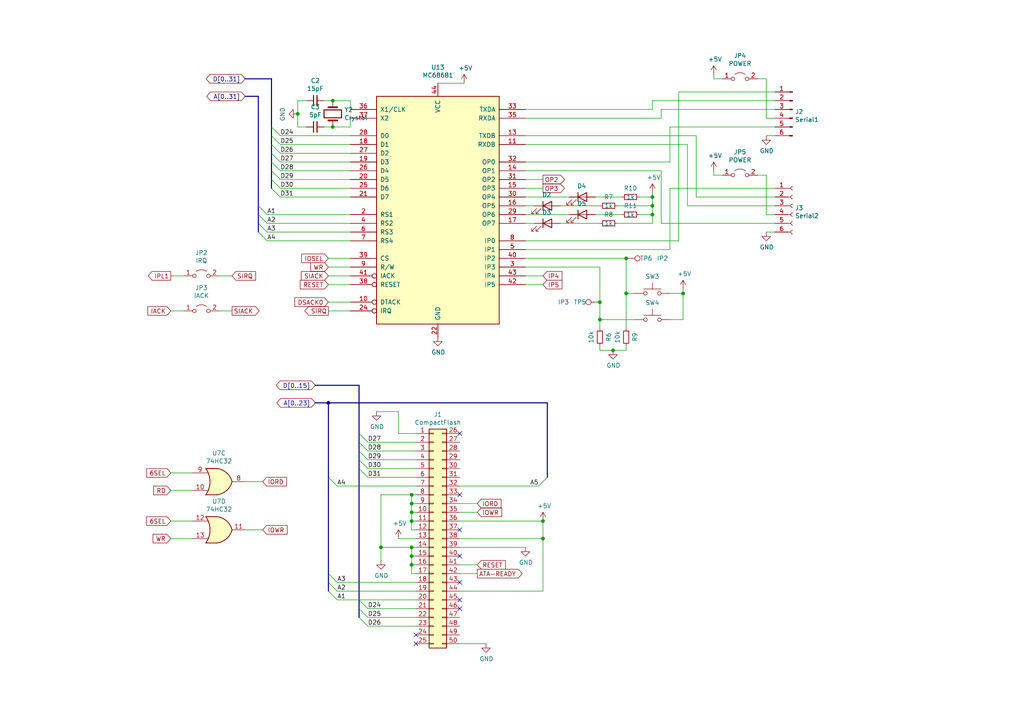
<source format=kicad_sch>
(kicad_sch (version 20211123) (generator eeschema)
  (paper "A4")
  (title_block (title "k30 SBC") (rev "1"))
  (lib_symbols
    (symbol "74xx:74LS32" (pin_names (offset 1.016))
      (property "Reference" "U" (at 0 1.27 0))
      (property "Value" "74LS32" (at 0 -1.27 0))
      (symbol "74LS32_1_1"
        (arc (start -3.81 -3.81) (mid -2.589 0) (end -3.81 3.81) (stroke (width 0.254)))
        (arc (start -0.6096 -3.81) (mid 2.1842 -2.5851) (end 3.81 0) (stroke (width 0.254)) (fill (type background)))
        (polyline (pts (xy -3.81 -3.81) (xy -0.635 -3.81)) (stroke (width 0.254)) (fill (type background)))
        (polyline (pts (xy -3.81 3.81) (xy -0.635 3.81)) (stroke (width 0.254)) (fill (type background)))
        (polyline (pts (xy -0.635 3.81) (xy -3.81 3.81) (xy -3.81 3.81) (xy -3.556 3.4036) (xy -3.0226 2.2606) (xy -2.6924 1.0414) (xy -2.6162 -0.254) (xy -2.7686 -1.4986) (xy -3.175 -2.7178) (xy -3.81 -3.81) (xy -3.81 -3.81) (xy -0.635 -3.81)) (stroke (width -25.4)) (fill (type background)))
        (arc (start 3.81 0) (mid 2.1915 2.5936) (end -0.6096 3.81) (stroke (width 0.254)) (fill (type background)))
        (pin input line (at -7.62 2.54 0) (length 4.318) (name "~") (number "1"))
        (pin input line (at -7.62 -2.54 0) (length 4.318) (name "~") (number "2"))
        (pin output line (at 7.62 0 180) (length 3.81) (name "~") (number "3"))
      )
      (symbol "74LS32_1_2"
        (arc (start 0 -3.81) (mid 3.81 0) (end 0 3.81) (stroke (width 0.254)) (fill (type background)))
        (polyline (pts (xy 0 3.81) (xy -3.81 3.81) (xy -3.81 -3.81) (xy 0 -3.81)) (stroke (width 0.254)) (fill (type background)))
        (pin input inverted (at -7.62 2.54 0) (length 3.81) (name "~") (number "1"))
        (pin input inverted (at -7.62 -2.54 0) (length 3.81) (name "~") (number "2"))
        (pin output inverted (at 7.62 0 180) (length 3.81) (name "~") (number "3"))
      )
      (symbol "74LS32_2_1"
        (arc (start -3.81 -3.81) (mid -2.589 0) (end -3.81 3.81) (stroke (width 0.254)))
        (arc (start -0.6096 -3.81) (mid 2.1842 -2.5851) (end 3.81 0) (stroke (width 0.254)) (fill (type background)))
        (polyline (pts (xy -3.81 -3.81) (xy -0.635 -3.81)) (stroke (width 0.254)) (fill (type background)))
        (polyline (pts (xy -3.81 3.81) (xy -0.635 3.81)) (stroke (width 0.254)) (fill (type background)))
        (polyline (pts (xy -0.635 3.81) (xy -3.81 3.81) (xy -3.81 3.81) (xy -3.556 3.4036) (xy -3.0226 2.2606) (xy -2.6924 1.0414) (xy -2.6162 -0.254) (xy -2.7686 -1.4986) (xy -3.175 -2.7178) (xy -3.81 -3.81) (xy -3.81 -3.81) (xy -0.635 -3.81)) (stroke (width -25.4)) (fill (type background)))
        (arc (start 3.81 0) (mid 2.1915 2.5936) (end -0.6096 3.81) (stroke (width 0.254)) (fill (type background)))
        (pin input line (at -7.62 2.54 0) (length 4.318) (name "~") (number "4"))
        (pin input line (at -7.62 -2.54 0) (length 4.318) (name "~") (number "5"))
        (pin output line (at 7.62 0 180) (length 3.81) (name "~") (number "6"))
      )
      (symbol "74LS32_2_2"
        (arc (start 0 -3.81) (mid 3.81 0) (end 0 3.81) (stroke (width 0.254)) (fill (type background)))
        (polyline (pts (xy 0 3.81) (xy -3.81 3.81) (xy -3.81 -3.81) (xy 0 -3.81)) (stroke (width 0.254)) (fill (type background)))
        (pin input inverted (at -7.62 2.54 0) (length 3.81) (name "~") (number "4"))
        (pin input inverted (at -7.62 -2.54 0) (length 3.81) (name "~") (number "5"))
        (pin output inverted (at 7.62 0 180) (length 3.81) (name "~") (number "6"))
      )
      (symbol "74LS32_3_1"
        (arc (start -3.81 -3.81) (mid -2.589 0) (end -3.81 3.81) (stroke (width 0.254)))
        (arc (start -0.6096 -3.81) (mid 2.1842 -2.5851) (end 3.81 0) (stroke (width 0.254)) (fill (type background)))
        (polyline (pts (xy -3.81 -3.81) (xy -0.635 -3.81)) (stroke (width 0.254)) (fill (type background)))
        (polyline (pts (xy -3.81 3.81) (xy -0.635 3.81)) (stroke (width 0.254)) (fill (type background)))
        (polyline (pts (xy -0.635 3.81) (xy -3.81 3.81) (xy -3.81 3.81) (xy -3.556 3.4036) (xy -3.0226 2.2606) (xy -2.6924 1.0414) (xy -2.6162 -0.254) (xy -2.7686 -1.4986) (xy -3.175 -2.7178) (xy -3.81 -3.81) (xy -3.81 -3.81) (xy -0.635 -3.81)) (stroke (width -25.4)) (fill (type background)))
        (arc (start 3.81 0) (mid 2.1915 2.5936) (end -0.6096 3.81) (stroke (width 0.254)) (fill (type background)))
        (pin input line (at -7.62 -2.54 0) (length 4.318) (name "~") (number "10"))
        (pin output line (at 7.62 0 180) (length 3.81) (name "~") (number "8"))
        (pin input line (at -7.62 2.54 0) (length 4.318) (name "~") (number "9"))
      )
      (symbol "74LS32_3_2"
        (arc (start 0 -3.81) (mid 3.81 0) (end 0 3.81) (stroke (width 0.254)) (fill (type background)))
        (polyline (pts (xy 0 3.81) (xy -3.81 3.81) (xy -3.81 -3.81) (xy 0 -3.81)) (stroke (width 0.254)) (fill (type background)))
        (pin input inverted (at -7.62 -2.54 0) (length 3.81) (name "~") (number "10"))
        (pin output inverted (at 7.62 0 180) (length 3.81) (name "~") (number "8"))
        (pin input inverted (at -7.62 2.54 0) (length 3.81) (name "~") (number "9"))
      )
      (symbol "74LS32_4_1"
        (arc (start -3.81 -3.81) (mid -2.589 0) (end -3.81 3.81) (stroke (width 0.254)))
        (arc (start -0.6096 -3.81) (mid 2.1842 -2.5851) (end 3.81 0) (stroke (width 0.254)) (fill (type background)))
        (polyline (pts (xy -3.81 -3.81) (xy -0.635 -3.81)) (stroke (width 0.254)) (fill (type background)))
        (polyline (pts (xy -3.81 3.81) (xy -0.635 3.81)) (stroke (width 0.254)) (fill (type background)))
        (polyline (pts (xy -0.635 3.81) (xy -3.81 3.81) (xy -3.81 3.81) (xy -3.556 3.4036) (xy -3.0226 2.2606) (xy -2.6924 1.0414) (xy -2.6162 -0.254) (xy -2.7686 -1.4986) (xy -3.175 -2.7178) (xy -3.81 -3.81) (xy -3.81 -3.81) (xy -0.635 -3.81)) (stroke (width -25.4)) (fill (type background)))
        (arc (start 3.81 0) (mid 2.1915 2.5936) (end -0.6096 3.81) (stroke (width 0.254)) (fill (type background)))
        (pin output line (at 7.62 0 180) (length 3.81) (name "~") (number "11"))
        (pin input line (at -7.62 2.54 0) (length 4.318) (name "~") (number "12"))
        (pin input line (at -7.62 -2.54 0) (length 4.318) (name "~") (number "13"))
      )
      (symbol "74LS32_4_2"
        (arc (start 0 -3.81) (mid 3.81 0) (end 0 3.81) (stroke (width 0.254)) (fill (type background)))
        (polyline (pts (xy 0 3.81) (xy -3.81 3.81) (xy -3.81 -3.81) (xy 0 -3.81)) (stroke (width 0.254)) (fill (type background)))
        (pin output inverted (at 7.62 0 180) (length 3.81) (name "~") (number "11"))
        (pin input inverted (at -7.62 2.54 0) (length 3.81) (name "~") (number "12"))
        (pin input inverted (at -7.62 -2.54 0) (length 3.81) (name "~") (number "13"))
      )
      (symbol "74LS32_5_0"
        (pin power_in line (at 0 12.7 270) (length 5.08) (name "VCC") (number "14"))
        (pin power_in line (at 0 -12.7 90) (length 5.08) (name "GND") (number "7"))
      )
      (symbol "74LS32_5_1"
        (rectangle (start -5.08 7.62) (end 5.08 -7.62) (stroke (width 0.254)) (fill (type background)))
      )
    )
    (symbol "ComputieParts:68681-PLCC" (pin_names (offset 1.016))
      (property "Reference" "U" (at 0 3.81 0))
      (property "Value" "68681-PLCC" (at 0 -2.54 0))
      (symbol "68681-PLCC_0_1"
        (rectangle (start -17.78 -31.75) (end 17.78 34.29) (stroke (width 0.254)) (fill (type background)))
      )
      (symbol "68681-PLCC_1_1"
        (pin open_collector inverted (at -25.4 -25.4 0) (length 7.62) (name "DTACK") (number "10"))
        (pin input line (at 25.4 20.32 180) (length 7.62) (name "RXDB") (number "11"))
        (pin output line (at 25.4 22.86 180) (length 7.62) (name "TXDB") (number "13"))
        (pin output line (at 25.4 12.7 180) (length 7.62) (name "OP1") (number "14"))
        (pin output line (at 25.4 7.62 180) (length 7.62) (name "OP3") (number "15"))
        (pin output line (at 25.4 2.54 180) (length 7.62) (name "OP5") (number "16"))
        (pin output line (at 25.4 -2.54 180) (length 7.62) (name "OP7") (number "17"))
        (pin tri_state line (at -25.4 20.32 0) (length 7.62) (name "D1") (number "18"))
        (pin tri_state line (at -25.4 15.24 0) (length 7.62) (name "D3") (number "19"))
        (pin input line (at -25.4 0 0) (length 7.62) (name "RS1") (number "2"))
        (pin tri_state line (at -25.4 10.16 0) (length 7.62) (name "D5") (number "20"))
        (pin tri_state line (at -25.4 5.08 0) (length 7.62) (name "D7") (number "21"))
        (pin power_in line (at 0 -35.56 90) (length 3.81) (name "GND") (number "22"))
        (pin output inverted (at -25.4 -27.94 0) (length 7.62) (name "IRQ") (number "24"))
        (pin tri_state line (at -25.4 7.62 0) (length 7.62) (name "D6") (number "25"))
        (pin tri_state line (at -25.4 12.7 0) (length 7.62) (name "D4") (number "26"))
        (pin tri_state line (at -25.4 17.78 0) (length 7.62) (name "D2") (number "27"))
        (pin tri_state line (at -25.4 22.86 0) (length 7.62) (name "D0") (number "28"))
        (pin output line (at 25.4 0 180) (length 7.62) (name "OP6") (number "29"))
        (pin input line (at 25.4 -15.24 180) (length 7.62) (name "IP3") (number "3"))
        (pin output line (at 25.4 5.08 180) (length 7.62) (name "OP4") (number "30"))
        (pin output line (at 25.4 10.16 180) (length 7.62) (name "OP2") (number "31"))
        (pin output line (at 25.4 15.24 180) (length 7.62) (name "OP0") (number "32"))
        (pin output line (at 25.4 30.48 180) (length 7.62) (name "TXDA") (number "33"))
        (pin input line (at 25.4 27.94 180) (length 7.62) (name "RXDA") (number "35"))
        (pin input line (at -25.4 30.48 0) (length 7.62) (name "X1/CLK") (number "36"))
        (pin input line (at -25.4 27.94 0) (length 7.62) (name "X2") (number "37"))
        (pin input inverted (at -25.4 -20.32 0) (length 7.62) (name "RESET") (number "38"))
        (pin input line (at -25.4 -12.7 0) (length 7.62) (name "CS") (number "39"))
        (pin input line (at -25.4 -2.54 0) (length 7.62) (name "RS2") (number "4"))
        (pin input line (at 25.4 -12.7 180) (length 7.62) (name "IP2") (number "40"))
        (pin input inverted (at -25.4 -17.78 0) (length 7.62) (name "IACK") (number "41"))
        (pin input line (at 25.4 -20.32 180) (length 7.62) (name "IP5") (number "42"))
        (pin input line (at 25.4 -17.78 180) (length 7.62) (name "IP4") (number "43"))
        (pin power_in line (at 0 38.1 270) (length 3.81) (name "VCC") (number "44"))
        (pin input line (at 25.4 -10.16 180) (length 7.62) (name "IP1") (number "5"))
        (pin input line (at -25.4 -5.08 0) (length 7.62) (name "RS3") (number "6"))
        (pin input line (at -25.4 -7.62 0) (length 7.62) (name "RS4") (number "7"))
        (pin input line (at 25.4 -7.62 180) (length 7.62) (name "IP0") (number "8"))
        (pin input line (at -25.4 -15.24 0) (length 7.62) (name "R/W") (number "9"))
      )
    )
    (symbol "Connector:Conn_01x06_Female" (pin_names (offset 1.016) hide)
      (property "Reference" "J" (at 0 7.62 0))
      (property "Value" "Conn_01x06_Female" (at 0 -10.16 0))
      (symbol "Conn_01x06_Female_1_1"
        (arc (start 0 -7.112) (mid -0.508 -7.62) (end 0 -8.128) (stroke (width 0.1524)))
        (arc (start 0 -4.572) (mid -0.508 -5.08) (end 0 -5.588) (stroke (width 0.1524)))
        (arc (start 0 -2.032) (mid -0.508 -2.54) (end 0 -3.048) (stroke (width 0.1524)))
        (polyline (pts (xy -1.27 -7.62) (xy -0.508 -7.62)) (stroke (width 0.1524)))
        (polyline (pts (xy -1.27 -5.08) (xy -0.508 -5.08)) (stroke (width 0.1524)))
        (polyline (pts (xy -1.27 -2.54) (xy -0.508 -2.54)) (stroke (width 0.1524)))
        (polyline (pts (xy -1.27 0) (xy -0.508 0)) (stroke (width 0.1524)))
        (polyline (pts (xy -1.27 2.54) (xy -0.508 2.54)) (stroke (width 0.1524)))
        (polyline (pts (xy -1.27 5.08) (xy -0.508 5.08)) (stroke (width 0.1524)))
        (arc (start 0 0.508) (mid -0.508 0) (end 0 -0.508) (stroke (width 0.1524)))
        (arc (start 0 3.048) (mid -0.508 2.54) (end 0 2.032) (stroke (width 0.1524)))
        (arc (start 0 5.588) (mid -0.508 5.08) (end 0 4.572) (stroke (width 0.1524)))
        (pin passive line (at -5.08 5.08 0) (length 3.81) (name "Pin_1") (number "1"))
        (pin passive line (at -5.08 2.54 0) (length 3.81) (name "Pin_2") (number "2"))
        (pin passive line (at -5.08 0 0) (length 3.81) (name "Pin_3") (number "3"))
        (pin passive line (at -5.08 -2.54 0) (length 3.81) (name "Pin_4") (number "4"))
        (pin passive line (at -5.08 -5.08 0) (length 3.81) (name "Pin_5") (number "5"))
        (pin passive line (at -5.08 -7.62 0) (length 3.81) (name "Pin_6") (number "6"))
      )
    )
    (symbol "Connector:Conn_01x06_Male" (pin_names (offset 1.016) hide)
      (property "Reference" "J" (at 0 7.62 0))
      (property "Value" "Conn_01x06_Male" (at 0 -10.16 0))
      (symbol "Conn_01x06_Male_1_1"
        (polyline (pts (xy 1.27 -7.62) (xy 0.8636 -7.62)) (stroke (width 0.1524)))
        (polyline (pts (xy 1.27 -5.08) (xy 0.8636 -5.08)) (stroke (width 0.1524)))
        (polyline (pts (xy 1.27 -2.54) (xy 0.8636 -2.54)) (stroke (width 0.1524)))
        (polyline (pts (xy 1.27 0) (xy 0.8636 0)) (stroke (width 0.1524)))
        (polyline (pts (xy 1.27 2.54) (xy 0.8636 2.54)) (stroke (width 0.1524)))
        (polyline (pts (xy 1.27 5.08) (xy 0.8636 5.08)) (stroke (width 0.1524)))
        (rectangle (start 0.8636 -7.493) (end 0 -7.747) (stroke (width 0.1524)) (fill (type outline)))
        (rectangle (start 0.8636 -4.953) (end 0 -5.207) (stroke (width 0.1524)) (fill (type outline)))
        (rectangle (start 0.8636 -2.413) (end 0 -2.667) (stroke (width 0.1524)) (fill (type outline)))
        (rectangle (start 0.8636 0.127) (end 0 -0.127) (stroke (width 0.1524)) (fill (type outline)))
        (rectangle (start 0.8636 2.667) (end 0 2.413) (stroke (width 0.1524)) (fill (type outline)))
        (rectangle (start 0.8636 5.207) (end 0 4.953) (stroke (width 0.1524)) (fill (type outline)))
        (pin passive line (at 5.08 5.08 180) (length 3.81) (name "Pin_1") (number "1"))
        (pin passive line (at 5.08 2.54 180) (length 3.81) (name "Pin_2") (number "2"))
        (pin passive line (at 5.08 0 180) (length 3.81) (name "Pin_3") (number "3"))
        (pin passive line (at 5.08 -2.54 180) (length 3.81) (name "Pin_4") (number "4"))
        (pin passive line (at 5.08 -5.08 180) (length 3.81) (name "Pin_5") (number "5"))
        (pin passive line (at 5.08 -7.62 180) (length 3.81) (name "Pin_6") (number "6"))
      )
    )
    (symbol "Connector:TestPoint" (pin_numbers hide) (pin_names (offset 0.762) hide)
      (property "Reference" "TP" (at 0 6.858 0))
      (property "Value" "TestPoint" (at 0 5.08 0))
      (symbol "TestPoint_0_1"
        (circle (center 0 3.302) (radius 0.762))
      )
      (symbol "TestPoint_1_1"
        (pin passive line (at 0 0 90) (length 2.54) (name "1") (number "1"))
      )
    )
    (symbol "Connector_Generic:Conn_02x25_Top_Bottom" (pin_names (offset 1.016) hide)
      (property "Reference" "J" (at 1.27 33.02 0))
      (property "Value" "Conn_02x25_Top_Bottom" (at 1.27 -33.02 0))
      (symbol "Conn_02x25_Top_Bottom_1_1"
        (rectangle (start -1.27 -30.353) (end 0 -30.607) (stroke (width 0.1524)))
        (rectangle (start -1.27 -27.813) (end 0 -28.067) (stroke (width 0.1524)))
        (rectangle (start -1.27 -25.273) (end 0 -25.527) (stroke (width 0.1524)))
        (rectangle (start -1.27 -22.733) (end 0 -22.987) (stroke (width 0.1524)))
        (rectangle (start -1.27 -20.193) (end 0 -20.447) (stroke (width 0.1524)))
        (rectangle (start -1.27 -17.653) (end 0 -17.907) (stroke (width 0.1524)))
        (rectangle (start -1.27 -15.113) (end 0 -15.367) (stroke (width 0.1524)))
        (rectangle (start -1.27 -12.573) (end 0 -12.827) (stroke (width 0.1524)))
        (rectangle (start -1.27 -10.033) (end 0 -10.287) (stroke (width 0.1524)))
        (rectangle (start -1.27 -7.493) (end 0 -7.747) (stroke (width 0.1524)))
        (rectangle (start -1.27 -4.953) (end 0 -5.207) (stroke (width 0.1524)))
        (rectangle (start -1.27 -2.413) (end 0 -2.667) (stroke (width 0.1524)))
        (rectangle (start -1.27 0.127) (end 0 -0.127) (stroke (width 0.1524)))
        (rectangle (start -1.27 2.667) (end 0 2.413) (stroke (width 0.1524)))
        (rectangle (start -1.27 5.207) (end 0 4.953) (stroke (width 0.1524)))
        (rectangle (start -1.27 7.747) (end 0 7.493) (stroke (width 0.1524)))
        (rectangle (start -1.27 10.287) (end 0 10.033) (stroke (width 0.1524)))
        (rectangle (start -1.27 12.827) (end 0 12.573) (stroke (width 0.1524)))
        (rectangle (start -1.27 15.367) (end 0 15.113) (stroke (width 0.1524)))
        (rectangle (start -1.27 17.907) (end 0 17.653) (stroke (width 0.1524)))
        (rectangle (start -1.27 20.447) (end 0 20.193) (stroke (width 0.1524)))
        (rectangle (start -1.27 22.987) (end 0 22.733) (stroke (width 0.1524)))
        (rectangle (start -1.27 25.527) (end 0 25.273) (stroke (width 0.1524)))
        (rectangle (start -1.27 28.067) (end 0 27.813) (stroke (width 0.1524)))
        (rectangle (start -1.27 30.607) (end 0 30.353) (stroke (width 0.1524)))
        (rectangle (start -1.27 31.75) (end 3.81 -31.75) (stroke (width 0.254)) (fill (type background)))
        (rectangle (start 3.81 -30.353) (end 2.54 -30.607) (stroke (width 0.1524)))
        (rectangle (start 3.81 -27.813) (end 2.54 -28.067) (stroke (width 0.1524)))
        (rectangle (start 3.81 -25.273) (end 2.54 -25.527) (stroke (width 0.1524)))
        (rectangle (start 3.81 -22.733) (end 2.54 -22.987) (stroke (width 0.1524)))
        (rectangle (start 3.81 -20.193) (end 2.54 -20.447) (stroke (width 0.1524)))
        (rectangle (start 3.81 -17.653) (end 2.54 -17.907) (stroke (width 0.1524)))
        (rectangle (start 3.81 -15.113) (end 2.54 -15.367) (stroke (width 0.1524)))
        (rectangle (start 3.81 -12.573) (end 2.54 -12.827) (stroke (width 0.1524)))
        (rectangle (start 3.81 -10.033) (end 2.54 -10.287) (stroke (width 0.1524)))
        (rectangle (start 3.81 -7.493) (end 2.54 -7.747) (stroke (width 0.1524)))
        (rectangle (start 3.81 -4.953) (end 2.54 -5.207) (stroke (width 0.1524)))
        (rectangle (start 3.81 -2.413) (end 2.54 -2.667) (stroke (width 0.1524)))
        (rectangle (start 3.81 0.127) (end 2.54 -0.127) (stroke (width 0.1524)))
        (rectangle (start 3.81 2.667) (end 2.54 2.413) (stroke (width 0.1524)))
        (rectangle (start 3.81 5.207) (end 2.54 4.953) (stroke (width 0.1524)))
        (rectangle (start 3.81 7.747) (end 2.54 7.493) (stroke (width 0.1524)))
        (rectangle (start 3.81 10.287) (end 2.54 10.033) (stroke (width 0.1524)))
        (rectangle (start 3.81 12.827) (end 2.54 12.573) (stroke (width 0.1524)))
        (rectangle (start 3.81 15.367) (end 2.54 15.113) (stroke (width 0.1524)))
        (rectangle (start 3.81 17.907) (end 2.54 17.653) (stroke (width 0.1524)))
        (rectangle (start 3.81 20.447) (end 2.54 20.193) (stroke (width 0.1524)))
        (rectangle (start 3.81 22.987) (end 2.54 22.733) (stroke (width 0.1524)))
        (rectangle (start 3.81 25.527) (end 2.54 25.273) (stroke (width 0.1524)))
        (rectangle (start 3.81 28.067) (end 2.54 27.813) (stroke (width 0.1524)))
        (rectangle (start 3.81 30.607) (end 2.54 30.353) (stroke (width 0.1524)))
        (pin passive line (at -5.08 30.48 0) (length 3.81) (name "Pin_1") (number "1"))
        (pin passive line (at -5.08 7.62 0) (length 3.81) (name "Pin_10") (number "10"))
        (pin passive line (at -5.08 5.08 0) (length 3.81) (name "Pin_11") (number "11"))
        (pin passive line (at -5.08 2.54 0) (length 3.81) (name "Pin_12") (number "12"))
        (pin passive line (at -5.08 0 0) (length 3.81) (name "Pin_13") (number "13"))
        (pin passive line (at -5.08 -2.54 0) (length 3.81) (name "Pin_14") (number "14"))
        (pin passive line (at -5.08 -5.08 0) (length 3.81) (name "Pin_15") (number "15"))
        (pin passive line (at -5.08 -7.62 0) (length 3.81) (name "Pin_16") (number "16"))
        (pin passive line (at -5.08 -10.16 0) (length 3.81) (name "Pin_17") (number "17"))
        (pin passive line (at -5.08 -12.7 0) (length 3.81) (name "Pin_18") (number "18"))
        (pin passive line (at -5.08 -15.24 0) (length 3.81) (name "Pin_19") (number "19"))
        (pin passive line (at -5.08 27.94 0) (length 3.81) (name "Pin_2") (number "2"))
        (pin passive line (at -5.08 -17.78 0) (length 3.81) (name "Pin_20") (number "20"))
        (pin passive line (at -5.08 -20.32 0) (length 3.81) (name "Pin_21") (number "21"))
        (pin passive line (at -5.08 -22.86 0) (length 3.81) (name "Pin_22") (number "22"))
        (pin passive line (at -5.08 -25.4 0) (length 3.81) (name "Pin_23") (number "23"))
        (pin passive line (at -5.08 -27.94 0) (length 3.81) (name "Pin_24") (number "24"))
        (pin passive line (at -5.08 -30.48 0) (length 3.81) (name "Pin_25") (number "25"))
        (pin passive line (at 7.62 30.48 180) (length 3.81) (name "Pin_26") (number "26"))
        (pin passive line (at 7.62 27.94 180) (length 3.81) (name "Pin_27") (number "27"))
        (pin passive line (at 7.62 25.4 180) (length 3.81) (name "Pin_28") (number "28"))
        (pin passive line (at 7.62 22.86 180) (length 3.81) (name "Pin_29") (number "29"))
        (pin passive line (at -5.08 25.4 0) (length 3.81) (name "Pin_3") (number "3"))
        (pin passive line (at 7.62 20.32 180) (length 3.81) (name "Pin_30") (number "30"))
        (pin passive line (at 7.62 17.78 180) (length 3.81) (name "Pin_31") (number "31"))
        (pin passive line (at 7.62 15.24 180) (length 3.81) (name "Pin_32") (number "32"))
        (pin passive line (at 7.62 12.7 180) (length 3.81) (name "Pin_33") (number "33"))
        (pin passive line (at 7.62 10.16 180) (length 3.81) (name "Pin_34") (number "34"))
        (pin passive line (at 7.62 7.62 180) (length 3.81) (name "Pin_35") (number "35"))
        (pin passive line (at 7.62 5.08 180) (length 3.81) (name "Pin_36") (number "36"))
        (pin passive line (at 7.62 2.54 180) (length 3.81) (name "Pin_37") (number "37"))
        (pin passive line (at 7.62 0 180) (length 3.81) (name "Pin_38") (number "38"))
        (pin passive line (at 7.62 -2.54 180) (length 3.81) (name "Pin_39") (number "39"))
        (pin passive line (at -5.08 22.86 0) (length 3.81) (name "Pin_4") (number "4"))
        (pin passive line (at 7.62 -5.08 180) (length 3.81) (name "Pin_40") (number "40"))
        (pin passive line (at 7.62 -7.62 180) (length 3.81) (name "Pin_41") (number "41"))
        (pin passive line (at 7.62 -10.16 180) (length 3.81) (name "Pin_42") (number "42"))
        (pin passive line (at 7.62 -12.7 180) (length 3.81) (name "Pin_43") (number "43"))
        (pin passive line (at 7.62 -15.24 180) (length 3.81) (name "Pin_44") (number "44"))
        (pin passive line (at 7.62 -17.78 180) (length 3.81) (name "Pin_45") (number "45"))
        (pin passive line (at 7.62 -20.32 180) (length 3.81) (name "Pin_46") (number "46"))
        (pin passive line (at 7.62 -22.86 180) (length 3.81) (name "Pin_47") (number "47"))
        (pin passive line (at 7.62 -25.4 180) (length 3.81) (name "Pin_48") (number "48"))
        (pin passive line (at 7.62 -27.94 180) (length 3.81) (name "Pin_49") (number "49"))
        (pin passive line (at -5.08 20.32 0) (length 3.81) (name "Pin_5") (number "5"))
        (pin passive line (at 7.62 -30.48 180) (length 3.81) (name "Pin_50") (number "50"))
        (pin passive line (at -5.08 17.78 0) (length 3.81) (name "Pin_6") (number "6"))
        (pin passive line (at -5.08 15.24 0) (length 3.81) (name "Pin_7") (number "7"))
        (pin passive line (at -5.08 12.7 0) (length 3.81) (name "Pin_8") (number "8"))
        (pin passive line (at -5.08 10.16 0) (length 3.81) (name "Pin_9") (number "9"))
      )
    )
    (symbol "Device:C_Small" (pin_numbers hide) (pin_names (offset 0.254) hide)
      (property "Reference" "C" (at 0.254 1.778 0))
      (property "Value" "C_Small" (at 0.254 -2.032 0))
      (symbol "C_Small_0_1"
        (polyline (pts (xy -1.524 -0.508) (xy 1.524 -0.508)) (stroke (width 0.3302)))
        (polyline (pts (xy -1.524 0.508) (xy 1.524 0.508)) (stroke (width 0.3048)))
      )
      (symbol "C_Small_1_1"
        (pin passive line (at 0 2.54 270) (length 2.032) (name "~") (number "1"))
        (pin passive line (at 0 -2.54 90) (length 2.032) (name "~") (number "2"))
      )
    )
    (symbol "Device:Crystal" (pin_numbers hide) (pin_names (offset 1.016) hide)
      (property "Reference" "Y" (at 0 3.81 0))
      (property "Value" "Crystal" (at 0 -3.81 0))
      (symbol "Crystal_0_1"
        (rectangle (start -1.143 2.54) (end 1.143 -2.54) (stroke (width 0.3048)))
        (polyline (pts (xy -2.54 0) (xy -1.905 0)))
        (polyline (pts (xy -1.905 -1.27) (xy -1.905 1.27)) (stroke (width 0.508)))
        (polyline (pts (xy 1.905 -1.27) (xy 1.905 1.27)) (stroke (width 0.508)))
        (polyline (pts (xy 2.54 0) (xy 1.905 0)))
      )
      (symbol "Crystal_1_1"
        (pin passive line (at -3.81 0 0) (length 1.27) (name "1") (number "1"))
        (pin passive line (at 3.81 0 180) (length 1.27) (name "2") (number "2"))
      )
    )
    (symbol "Device:LED" (pin_numbers hide) (pin_names (offset 1.016) hide)
      (property "Reference" "D" (at 0 2.54 0))
      (property "Value" "LED" (at 0 -2.54 0))
      (symbol "LED_0_1"
        (polyline (pts (xy -1.27 -1.27) (xy -1.27 1.27)) (stroke (width 0.254)))
        (polyline (pts (xy -1.27 0) (xy 1.27 0)))
        (polyline (pts (xy 1.27 -1.27) (xy 1.27 1.27) (xy -1.27 0) (xy 1.27 -1.27)) (stroke (width 0.254)))
        (polyline (pts (xy -3.048 -0.762) (xy -4.572 -2.286) (xy -3.81 -2.286) (xy -4.572 -2.286) (xy -4.572 -1.524)))
        (polyline (pts (xy -1.778 -0.762) (xy -3.302 -2.286) (xy -2.54 -2.286) (xy -3.302 -2.286) (xy -3.302 -1.524)))
      )
      (symbol "LED_1_1"
        (pin passive line (at -3.81 0 0) (length 2.54) (name "K") (number "1"))
        (pin passive line (at 3.81 0 180) (length 2.54) (name "A") (number "2"))
      )
    )
    (symbol "Device:R_Small" (pin_numbers hide) (pin_names (offset 0.254) hide)
      (property "Reference" "R" (at 0.762 0.508 0))
      (property "Value" "R_Small" (at 0.762 -1.016 0))
      (symbol "R_Small_0_1"
        (rectangle (start -0.762 1.778) (end 0.762 -1.778) (stroke (width 0.2032)))
      )
      (symbol "R_Small_1_1"
        (pin passive line (at 0 2.54 270) (length 0.762) (name "~") (number "1"))
        (pin passive line (at 0 -2.54 90) (length 0.762) (name "~") (number "2"))
      )
    )
    (symbol "Jumper:Jumper_2_Open" (pin_names (offset 0) hide)
      (property "Reference" "JP" (at 0 2.794 0))
      (property "Value" "Jumper_2_Open" (at 0 -2.286 0))
      (symbol "Jumper_2_Open_0_0"
        (circle (center -2.032 0) (radius 0.508))
        (circle (center 2.032 0) (radius 0.508))
      )
      (symbol "Jumper_2_Open_0_1"
        (arc (start 1.524 1.27) (mid 0 1.778) (end -1.524 1.27))
      )
      (symbol "Jumper_2_Open_1_1"
        (pin passive line (at -5.08 0 0) (length 2.54) (name "A") (number "1"))
        (pin passive line (at 5.08 0 180) (length 2.54) (name "B") (number "2"))
      )
    )
    (symbol "Switch:SW_Push" (pin_numbers hide) (pin_names (offset 1.016) hide)
      (property "Reference" "SW" (at 1.27 2.54 0))
      (property "Value" "SW_Push" (at 0 -1.524 0))
      (symbol "SW_Push_0_1"
        (circle (center -2.032 0) (radius 0.508))
        (polyline (pts (xy 0 1.27) (xy 0 3.048)))
        (polyline (pts (xy 2.54 1.27) (xy -2.54 1.27)))
        (circle (center 2.032 0) (radius 0.508))
        (pin passive line (at -5.08 0 0) (length 2.54) (name "1") (number "1"))
        (pin passive line (at 5.08 0 180) (length 2.54) (name "2") (number "2"))
      )
    )
    (symbol "power:+5V" (power) (pin_names (offset 0))
      (property "Value" "+5V" (at 0 3.556 0))
      (symbol "+5V_0_1"
        (polyline (pts (xy -0.762 1.27) (xy 0 2.54)))
        (polyline (pts (xy 0 0) (xy 0 2.54)))
        (polyline (pts (xy 0 2.54) (xy 0.762 1.27)))
      )
      (symbol "+5V_1_1"
        (pin power_in line (at 0 0 90) (length 0) hide (name "+5V") (number "1"))
      )
    )
    (symbol "power:GND" (power) (pin_names (offset 0))
      (property "Value" "GND" (at 0 -3.81 0))
      (symbol "GND_0_1"
        (polyline (pts (xy 0 0) (xy 0 -1.27) (xy 1.27 -1.27) (xy 0 -2.54) (xy -1.27 -1.27) (xy 0 -1.27)))
      )
      (symbol "GND_1_1"
        (pin power_in line (at 0 0 270) (length 0) hide (name "GND") (number "1"))
      )
    )
  )
  (junction (at 119.38 158.75))
  (junction (at 173.99 87.63))
  (junction (at 96.52 36.83))
  (junction (at 110.49 158.75))
  (junction (at 177.8 101.6))
  (junction (at 86.36 33.02))
  (junction (at 119.38 143.51))
  (junction (at 95.25 116.84))
  (junction (at 119.38 148.59))
  (junction (at 198.12 85.09))
  (junction (at 189.23 59.69))
  (junction (at 119.38 146.05))
  (junction (at 157.48 156.21))
  (junction (at 119.38 161.29))
  (junction (at 173.99 92.71))
  (junction (at 181.61 74.93))
  (junction (at 189.23 57.15))
  (junction (at 119.38 163.83))
  (junction (at 119.38 151.13))
  (junction (at 157.48 151.13))
  (junction (at 181.61 85.09))
  (junction (at 96.52 29.21))
  (junction (at 189.23 62.23))
  (no_connect (at 133.35 161.29))
  (no_connect (at 120.65 184.15))
  (no_connect (at 133.35 153.67))
  (no_connect (at 133.35 125.73))
  (no_connect (at 133.35 143.51))
  (no_connect (at 133.35 168.91))
  (no_connect (at 120.65 186.69))
  (no_connect (at 133.35 173.99))
  (no_connect (at 133.35 176.53))
  (bus_entry (at 81.28 44.45) (size -2.54 -2.54))
  (bus_entry (at 81.28 39.37) (size -2.54 -2.54))
  (bus_entry (at 156.21 140.97) (size 2.54 -2.54))
  (bus_entry (at 81.28 41.91) (size -2.54 -2.54))
  (bus_entry (at 77.47 67.31) (size -2.54 -2.54))
  (bus_entry (at 77.47 64.77) (size -2.54 -2.54))
  (bus_entry (at 81.28 46.99) (size -2.54 -2.54))
  (bus_entry (at 106.68 181.61) (size -2.54 -2.54))
  (bus_entry (at 77.47 62.23) (size -2.54 -2.54))
  (bus_entry (at 106.68 138.43) (size -2.54 -2.54))
  (bus_entry (at 106.68 176.53) (size -2.54 -2.54))
  (bus_entry (at 106.68 128.27) (size -2.54 -2.54))
  (bus_entry (at 106.68 135.89) (size -2.54 -2.54))
  (bus_entry (at 81.28 54.61) (size -2.54 -2.54))
  (bus_entry (at 97.79 173.99) (size -2.54 -2.54))
  (bus_entry (at 81.28 52.07) (size -2.54 -2.54))
  (bus_entry (at 81.28 49.53) (size -2.54 -2.54))
  (bus_entry (at 97.79 140.97) (size -2.54 -2.54))
  (bus_entry (at 106.68 179.07) (size -2.54 -2.54))
  (bus_entry (at 77.47 69.85) (size -2.54 -2.54))
  (bus_entry (at 106.68 133.35) (size -2.54 -2.54))
  (bus_entry (at 106.68 130.81) (size -2.54 -2.54))
  (bus_entry (at 97.79 171.45) (size -2.54 -2.54))
  (bus_entry (at 97.79 168.91) (size -2.54 -2.54))
  (bus_entry (at 81.28 57.15) (size -2.54 -2.54))
  (wire (pts (xy 198.12 83.82) (xy 198.12 85.09)))
  (wire (pts (xy 133.35 163.83) (xy 138.43 163.83)))
  (wire (pts (xy 196.85 69.85) (xy 152.4 69.85)))
  (wire (pts (xy 120.65 128.27) (xy 106.68 128.27)))
  (wire (pts (xy 120.65 168.91) (xy 97.79 168.91)))
  (wire (pts (xy 194.31 36.83) (xy 194.31 46.99)))
  (wire (pts (xy 173.99 92.71) (xy 173.99 95.25)))
  (wire (pts (xy 95.25 74.93) (xy 101.6 74.93)))
  (wire (pts (xy 157.48 82.55) (xy 152.4 82.55)))
  (wire (pts (xy 191.77 34.29) (xy 191.77 31.75)))
  (wire (pts (xy 181.61 100.33) (xy 181.61 101.6)))
  (wire (pts (xy 120.65 130.81) (xy 106.68 130.81)))
  (wire (pts (xy 201.93 57.15) (xy 224.79 57.15)))
  (wire (pts (xy 152.4 74.93) (xy 181.61 74.93)))
  (wire (pts (xy 119.38 158.75) (xy 110.49 158.75)))
  (bus (pts (xy 71.12 27.94) (xy 74.93 27.94)))
  (bus (pts (xy 78.74 44.45) (xy 78.74 46.99)))
  (bus (pts (xy 74.93 59.69) (xy 74.93 62.23)))
  (wire (pts (xy 189.23 59.69) (xy 179.07 59.69)))
  (wire (pts (xy 224.79 67.31) (xy 222.25 67.31)))
  (wire (pts (xy 154.94 64.77) (xy 152.4 64.77)))
  (wire (pts (xy 222.25 22.86) (xy 222.25 34.29)))
  (wire (pts (xy 120.65 135.89) (xy 106.68 135.89)))
  (wire (pts (xy 101.6 46.99) (xy 81.28 46.99)))
  (wire (pts (xy 189.23 57.15) (xy 189.23 59.69)))
  (wire (pts (xy 110.49 143.51) (xy 110.49 158.75)))
  (wire (pts (xy 71.12 153.67) (xy 76.2 153.67)))
  (wire (pts (xy 222.25 62.23) (xy 224.79 62.23)))
  (bus (pts (xy 78.74 36.83) (xy 78.74 39.37)))
  (wire (pts (xy 181.61 85.09) (xy 181.61 95.25)))
  (wire (pts (xy 191.77 64.77) (xy 191.77 49.53)))
  (wire (pts (xy 120.65 148.59) (xy 119.38 148.59)))
  (wire (pts (xy 196.85 26.67) (xy 196.85 69.85)))
  (bus (pts (xy 78.74 52.07) (xy 78.74 54.61)))
  (wire (pts (xy 119.38 151.13) (xy 119.38 148.59)))
  (wire (pts (xy 157.48 80.01) (xy 152.4 80.01)))
  (wire (pts (xy 189.23 64.77) (xy 189.23 62.23)))
  (wire (pts (xy 184.15 92.71) (xy 173.99 92.71)))
  (wire (pts (xy 93.98 29.21) (xy 96.52 29.21)))
  (wire (pts (xy 133.35 171.45) (xy 157.48 171.45)))
  (wire (pts (xy 133.35 146.05) (xy 138.43 146.05)))
  (wire (pts (xy 181.61 85.09) (xy 184.15 85.09)))
  (wire (pts (xy 101.6 34.29) (xy 101.6 36.83)))
  (bus (pts (xy 95.25 138.43) (xy 95.25 166.37)))
  (bus (pts (xy 104.14 135.89) (xy 104.14 173.99)))
  (wire (pts (xy 207.01 21.59) (xy 207.01 22.86)))
  (wire (pts (xy 119.38 158.75) (xy 119.38 161.29)))
  (wire (pts (xy 120.65 133.35) (xy 106.68 133.35)))
  (wire (pts (xy 198.12 85.09) (xy 194.31 85.09)))
  (wire (pts (xy 127 24.13) (xy 134.62 24.13)))
  (bus (pts (xy 78.74 41.91) (xy 78.74 44.45)))
  (wire (pts (xy 157.48 171.45) (xy 157.48 156.21)))
  (wire (pts (xy 180.34 62.23) (xy 172.72 62.23)))
  (wire (pts (xy 173.99 77.47) (xy 152.4 77.47)))
  (wire (pts (xy 119.38 146.05) (xy 119.38 143.51)))
  (wire (pts (xy 133.35 156.21) (xy 157.48 156.21)))
  (wire (pts (xy 101.6 29.21) (xy 101.6 31.75)))
  (wire (pts (xy 115.57 125.73) (xy 120.65 125.73)))
  (wire (pts (xy 156.21 140.97) (xy 133.35 140.97)))
  (bus (pts (xy 104.14 133.35) (xy 104.14 135.89)))
  (wire (pts (xy 49.53 137.16) (xy 55.88 137.16)))
  (bus (pts (xy 104.14 111.76) (xy 104.14 125.73)))
  (wire (pts (xy 152.4 52.07) (xy 157.48 52.07)))
  (wire (pts (xy 101.6 49.53) (xy 81.28 49.53)))
  (wire (pts (xy 95.25 77.47) (xy 101.6 77.47)))
  (wire (pts (xy 199.39 59.69) (xy 224.79 59.69)))
  (wire (pts (xy 120.65 151.13) (xy 119.38 151.13)))
  (wire (pts (xy 189.23 31.75) (xy 189.23 29.21)))
  (bus (pts (xy 74.93 27.94) (xy 74.93 59.69)))
  (wire (pts (xy 191.77 31.75) (xy 224.79 31.75)))
  (bus (pts (xy 74.93 62.23) (xy 74.93 64.77)))
  (bus (pts (xy 104.14 125.73) (xy 104.14 128.27)))
  (wire (pts (xy 189.23 62.23) (xy 185.42 62.23)))
  (bus (pts (xy 78.74 22.86) (xy 71.12 22.86)))
  (wire (pts (xy 120.65 181.61) (xy 106.68 181.61)))
  (wire (pts (xy 101.6 69.85) (xy 77.47 69.85)))
  (wire (pts (xy 96.52 29.21) (xy 101.6 29.21)))
  (bus (pts (xy 95.25 166.37) (xy 95.25 168.91)))
  (wire (pts (xy 120.65 171.45) (xy 97.79 171.45)))
  (wire (pts (xy 86.36 29.21) (xy 86.36 33.02)))
  (wire (pts (xy 101.6 36.83) (xy 96.52 36.83)))
  (wire (pts (xy 194.31 54.61) (xy 194.31 72.39)))
  (wire (pts (xy 119.38 148.59) (xy 119.38 146.05)))
  (wire (pts (xy 194.31 36.83) (xy 224.79 36.83)))
  (wire (pts (xy 95.25 80.01) (xy 101.6 80.01)))
  (wire (pts (xy 181.61 74.93) (xy 181.61 85.09)))
  (wire (pts (xy 152.4 34.29) (xy 191.77 34.29)))
  (wire (pts (xy 101.6 64.77) (xy 77.47 64.77)))
  (wire (pts (xy 120.65 153.67) (xy 119.38 153.67)))
  (wire (pts (xy 194.31 46.99) (xy 152.4 46.99)))
  (wire (pts (xy 115.57 119.38) (xy 115.57 125.73)))
  (wire (pts (xy 97.79 173.99) (xy 104.14 173.99)))
  (wire (pts (xy 101.6 41.91) (xy 81.28 41.91)))
  (wire (pts (xy 194.31 92.71) (xy 198.12 92.71)))
  (bus (pts (xy 158.75 116.84) (xy 158.75 138.43)))
  (wire (pts (xy 101.6 62.23) (xy 77.47 62.23)))
  (wire (pts (xy 224.79 64.77) (xy 191.77 64.77)))
  (bus (pts (xy 78.74 46.99) (xy 78.74 49.53)))
  (wire (pts (xy 154.94 59.69) (xy 152.4 59.69)))
  (wire (pts (xy 101.6 44.45) (xy 81.28 44.45)))
  (wire (pts (xy 63.5 90.17) (xy 67.31 90.17)))
  (wire (pts (xy 101.6 57.15) (xy 81.28 57.15)))
  (bus (pts (xy 78.74 39.37) (xy 78.74 41.91)))
  (wire (pts (xy 152.4 31.75) (xy 189.23 31.75)))
  (wire (pts (xy 191.77 49.53) (xy 152.4 49.53)))
  (wire (pts (xy 95.25 87.63) (xy 101.6 87.63)))
  (bus (pts (xy 95.25 116.84) (xy 95.25 138.43)))
  (wire (pts (xy 49.53 90.17) (xy 53.34 90.17)))
  (wire (pts (xy 196.85 26.67) (xy 224.79 26.67)))
  (wire (pts (xy 198.12 92.71) (xy 198.12 85.09)))
  (wire (pts (xy 157.48 54.61) (xy 152.4 54.61)))
  (wire (pts (xy 86.36 36.83) (xy 88.9 36.83)))
  (bus (pts (xy 95.25 168.91) (xy 95.25 171.45)))
  (wire (pts (xy 120.65 176.53) (xy 106.68 176.53)))
  (wire (pts (xy 194.31 72.39) (xy 152.4 72.39)))
  (wire (pts (xy 173.99 59.69) (xy 162.56 59.69)))
  (wire (pts (xy 49.53 80.01) (xy 53.34 80.01)))
  (wire (pts (xy 180.34 57.15) (xy 172.72 57.15)))
  (bus (pts (xy 78.74 49.53) (xy 78.74 52.07)))
  (wire (pts (xy 179.07 64.77) (xy 189.23 64.77)))
  (wire (pts (xy 133.35 166.37) (xy 138.43 166.37)))
  (wire (pts (xy 173.99 87.63) (xy 173.99 92.71)))
  (wire (pts (xy 177.8 101.6) (xy 173.99 101.6)))
  (wire (pts (xy 133.35 148.59) (xy 138.43 148.59)))
  (wire (pts (xy 181.61 101.6) (xy 177.8 101.6)))
  (wire (pts (xy 207.01 49.53) (xy 207.01 50.8)))
  (wire (pts (xy 101.6 67.31) (xy 77.47 67.31)))
  (wire (pts (xy 119.38 163.83) (xy 119.38 161.29)))
  (wire (pts (xy 189.23 57.15) (xy 185.42 57.15)))
  (wire (pts (xy 207.01 50.8) (xy 209.55 50.8)))
  (bus (pts (xy 104.14 173.99) (xy 104.14 176.53)))
  (wire (pts (xy 173.99 77.47) (xy 173.99 87.63)))
  (wire (pts (xy 173.99 64.77) (xy 162.56 64.77)))
  (wire (pts (xy 119.38 143.51) (xy 120.65 143.51)))
  (wire (pts (xy 120.65 140.97) (xy 97.79 140.97)))
  (wire (pts (xy 119.38 161.29) (xy 120.65 161.29)))
  (wire (pts (xy 49.53 142.24) (xy 55.88 142.24)))
  (wire (pts (xy 140.97 186.69) (xy 133.35 186.69)))
  (wire (pts (xy 119.38 166.37) (xy 119.38 163.83)))
  (wire (pts (xy 157.48 151.13) (xy 133.35 151.13)))
  (wire (pts (xy 120.65 163.83) (xy 119.38 163.83)))
  (wire (pts (xy 115.57 156.21) (xy 120.65 156.21)))
  (wire (pts (xy 157.48 156.21) (xy 157.48 151.13)))
  (wire (pts (xy 109.22 119.38) (xy 115.57 119.38)))
  (bus (pts (xy 95.25 116.84) (xy 158.75 116.84)))
  (bus (pts (xy 104.14 130.81) (xy 104.14 133.35)))
  (wire (pts (xy 152.4 39.37) (xy 201.93 39.37)))
  (wire (pts (xy 119.38 153.67) (xy 119.38 151.13)))
  (wire (pts (xy 101.6 39.37) (xy 81.28 39.37)))
  (wire (pts (xy 219.71 22.86) (xy 222.25 22.86)))
  (wire (pts (xy 165.1 62.23) (xy 152.4 62.23)))
  (wire (pts (xy 120.65 158.75) (xy 119.38 158.75)))
  (wire (pts (xy 110.49 158.75) (xy 110.49 162.56)))
  (wire (pts (xy 224.79 54.61) (xy 194.31 54.61)))
  (wire (pts (xy 49.53 151.13) (xy 55.88 151.13)))
  (wire (pts (xy 120.65 166.37) (xy 119.38 166.37)))
  (wire (pts (xy 201.93 39.37) (xy 201.93 57.15)))
  (bus (pts (xy 91.44 116.84) (xy 95.25 116.84)))
  (wire (pts (xy 88.9 29.21) (xy 86.36 29.21)))
  (wire (pts (xy 222.25 34.29) (xy 224.79 34.29)))
  (wire (pts (xy 173.99 101.6) (xy 173.99 100.33)))
  (wire (pts (xy 120.65 138.43) (xy 106.68 138.43)))
  (wire (pts (xy 189.23 55.88) (xy 189.23 57.15)))
  (wire (pts (xy 86.36 33.02) (xy 86.36 36.83)))
  (wire (pts (xy 199.39 41.91) (xy 199.39 59.69)))
  (bus (pts (xy 74.93 64.77) (xy 74.93 67.31)))
  (wire (pts (xy 120.65 179.07) (xy 106.68 179.07)))
  (wire (pts (xy 96.52 36.83) (xy 93.98 36.83)))
  (bus (pts (xy 104.14 128.27) (xy 104.14 130.81)))
  (wire (pts (xy 133.35 158.75) (xy 152.4 158.75)))
  (bus (pts (xy 104.14 111.76) (xy 91.44 111.76)))
  (bus (pts (xy 78.74 22.86) (xy 78.74 36.83)))
  (wire (pts (xy 222.25 50.8) (xy 222.25 62.23)))
  (wire (pts (xy 95.25 90.17) (xy 101.6 90.17)))
  (wire (pts (xy 104.14 173.99) (xy 120.65 173.99)))
  (wire (pts (xy 63.5 80.01) (xy 67.31 80.01)))
  (bus (pts (xy 104.14 176.53) (xy 104.14 179.07)))
  (wire (pts (xy 101.6 52.07) (xy 81.28 52.07)))
  (wire (pts (xy 71.12 139.7) (xy 76.2 139.7)))
  (wire (pts (xy 189.23 59.69) (xy 189.23 62.23)))
  (wire (pts (xy 49.53 156.21) (xy 55.88 156.21)))
  (wire (pts (xy 119.38 146.05) (xy 120.65 146.05)))
  (wire (pts (xy 207.01 22.86) (xy 209.55 22.86)))
  (wire (pts (xy 219.71 50.8) (xy 222.25 50.8)))
  (wire (pts (xy 165.1 57.15) (xy 152.4 57.15)))
  (wire (pts (xy 101.6 54.61) (xy 81.28 54.61)))
  (wire (pts (xy 152.4 41.91) (xy 199.39 41.91)))
  (wire (pts (xy 224.79 39.37) (xy 222.25 39.37)))
  (wire (pts (xy 95.25 82.55) (xy 101.6 82.55)))
  (wire (pts (xy 189.23 29.21) (xy 224.79 29.21)))
  (wire (pts (xy 110.49 143.51) (xy 119.38 143.51)))
  (label "D25" (at 106.68 179.07 0))
  (label "A1" (at 77.47 62.23 0))
  (label "D30" (at 106.68 135.89 0))
  (label "D31" (at 106.68 138.43 0))
  (label "A3" (at 97.79 168.91 0))
  (label "A3" (at 77.47 67.31 0))
  (label "D27" (at 106.68 128.27 0))
  (label "D31" (at 81.28 57.15 0))
  (label "D24" (at 106.68 176.53 0))
  (label "A5" (at 156.21 140.97 180))
  (label "A1" (at 97.79 173.99 0))
  (label "A4" (at 77.47 69.85 0))
  (label "D29" (at 106.68 133.35 0))
  (label "D26" (at 81.28 44.45 0))
  (label "D28" (at 106.68 130.81 0))
  (label "D28" (at 81.28 49.53 0))
  (label "D29" (at 81.28 52.07 0))
  (label "D26" (at 106.68 181.61 0))
  (label "A2" (at 97.79 171.45 0))
  (label "A4" (at 97.79 140.97 0))
  (label "D27" (at 81.28 46.99 0))
  (label "D30" (at 81.28 54.61 0))
  (label "A2" (at 77.47 64.77 0))
  (label "D25" (at 81.28 41.91 0))
  (label "D24" (at 81.28 39.37 0))
  (global_label "WR" (shape input) (at 95.25 77.47 180) (property "Intersheet References" "${INTERSHEET_REFS}" (effects hide)))
  (global_label "D[0..31]" (shape tri_state) (at 71.12 22.86 180) (property "Intersheet References" "${INTERSHEET_REFS}" (effects hide)))
  (global_label "IP4" (shape input) (at 157.48 80.01 0) (property "Intersheet References" "${INTERSHEET_REFS}" (effects hide)))
  (global_label "A[0..23]" (shape tri_state) (at 91.44 116.84 180) (property "Intersheet References" "${INTERSHEET_REFS}" (effects hide)))
  (global_label "OP3" (shape output) (at 157.48 54.61 0) (property "Intersheet References" "${INTERSHEET_REFS}" (effects hide)))
  (global_label "IORD" (shape input) (at 138.43 146.05 0) (property "Intersheet References" "${INTERSHEET_REFS}" (effects hide)))
  (global_label "IOSEL" (shape input) (at 95.25 74.93 180) (property "Intersheet References" "${INTERSHEET_REFS}" (effects hide)))
  (global_label "IORD" (shape input) (at 76.2 139.7 0) (property "Intersheet References" "${INTERSHEET_REFS}" (effects hide)))
  (global_label "6SEL" (shape input) (at 49.53 137.16 180) (property "Intersheet References" "${INTERSHEET_REFS}" (effects hide)))
  (global_label "6SEL" (shape input) (at 49.53 151.13 180) (property "Intersheet References" "${INTERSHEET_REFS}" (effects hide)))
  (global_label "SIACK" (shape input) (at 95.25 80.01 180) (property "Intersheet References" "${INTERSHEET_REFS}" (effects hide)))
  (global_label "SIRQ" (shape input) (at 67.31 80.01 0) (property "Intersheet References" "${INTERSHEET_REFS}" (effects hide)))
  (global_label "SIRQ" (shape output) (at 95.25 90.17 180) (property "Intersheet References" "${INTERSHEET_REFS}" (effects hide)))
  (global_label "IACK" (shape input) (at 49.53 90.17 180) (property "Intersheet References" "${INTERSHEET_REFS}" (effects hide)))
  (global_label "A[0..31]" (shape tri_state) (at 71.12 27.94 180) (property "Intersheet References" "${INTERSHEET_REFS}" (effects hide)))
  (global_label "IOWR" (shape input) (at 76.2 153.67 0) (property "Intersheet References" "${INTERSHEET_REFS}" (effects hide)))
  (global_label "D[0..15]" (shape tri_state) (at 91.44 111.76 180) (property "Intersheet References" "${INTERSHEET_REFS}" (effects hide)))
  (global_label "DSACK0" (shape input) (at 95.25 87.63 180) (property "Intersheet References" "${INTERSHEET_REFS}" (effects hide)))
  (global_label "RD" (shape input) (at 49.53 142.24 180) (property "Intersheet References" "${INTERSHEET_REFS}" (effects hide)))
  (global_label "IP5" (shape input) (at 157.48 82.55 0) (property "Intersheet References" "${INTERSHEET_REFS}" (effects hide)))
  (global_label "OP2" (shape output) (at 157.48 52.07 0) (property "Intersheet References" "${INTERSHEET_REFS}" (effects hide)))
  (global_label "ATA-READY" (shape output) (at 138.43 166.37 0) (property "Intersheet References" "${INTERSHEET_REFS}" (effects hide)))
  (global_label "RESET" (shape input) (at 138.43 163.83 0) (property "Intersheet References" "${INTERSHEET_REFS}" (effects hide)))
  (global_label "IOWR" (shape input) (at 138.43 148.59 0) (property "Intersheet References" "${INTERSHEET_REFS}" (effects hide)))
  (global_label "IPL1" (shape output) (at 49.53 80.01 180) (property "Intersheet References" "${INTERSHEET_REFS}" (effects hide)))
  (global_label "SIACK" (shape output) (at 67.31 90.17 0) (property "Intersheet References" "${INTERSHEET_REFS}" (effects hide)))
  (global_label "WR" (shape input) (at 49.53 156.21 180) (property "Intersheet References" "${INTERSHEET_REFS}" (effects hide)))
  (global_label "RESET" (shape input) (at 95.25 82.55 180) (property "Intersheet References" "${INTERSHEET_REFS}" (effects hide)))
  (symbol (lib_id "power:+5V") (at 134.62 24.13 0) (unit 1)
    (property "Reference" "#PWR021" (effects hide))
    (property "Value" "+5V" (at 135.001 19.7358 0))
  )
  (symbol (lib_id "power:GND") (at 127 97.79 0) (unit 1)
    (property "Reference" "#PWR020" (effects hide))
    (property "Value" "GND" (at 127.127 102.1842 0))
  )
  (symbol (lib_id "Device:Crystal") (at 96.52 33.02 90) (unit 1)
    (property "Reference" "Y2" (at 99.8474 31.8516 90) (effects (justify right)))
    (property "Value" "Crystal" (at 99.8474 34.163 90) (effects (justify right)))
    (property "Footprint" "Crystal:Crystal_HC49-4H_Vertical" (effects hide))
  )
  (symbol (lib_id "Device:C_Small") (at 91.44 29.21 90) (unit 1)
    (property "Reference" "C2" (at 91.44 23.3934 90))
    (property "Value" "15pF" (at 91.44 25.7048 90))
    (property "Footprint" "Capacitor_THT:C_Disc_D3.0mm_W2.0mm_P2.50mm" (effects hide))
  )
  (symbol (lib_id "Device:C_Small") (at 91.44 36.83 90) (unit 1)
    (property "Reference" "C3" (at 91.44 31.0134 90))
    (property "Value" "5pF" (at 91.44 33.3248 90))
    (property "Footprint" "Capacitor_THT:C_Disc_D3.0mm_W2.0mm_P2.50mm" (effects hide))
  )
  (symbol (lib_id "power:GND") (at 86.36 33.02 270) (unit 1)
    (property "Reference" "#PWR016" (effects hide))
    (property "Value" "GND" (at 81.9658 33.147 0))
  )
  (symbol (lib_id "Connector:Conn_01x06_Male") (at 229.87 31.75 0) (mirror y) (unit 1)
    (property "Reference" "J2" (at 230.5812 32.4104 0) (effects (justify right)))
    (property "Value" "Serial1" (at 230.5812 34.7218 0) (effects (justify right)))
    (property "Footprint" "Connector_PinHeader_2.54mm:PinHeader_1x06_P2.54mm_Vertical" (effects hide))
  )
  (symbol (lib_id "power:GND") (at 222.25 67.31 0) (unit 1)
    (property "Reference" "#PWR031" (effects hide))
    (property "Value" "GND" (at 222.377 71.7042 0))
  )
  (symbol (lib_id "power:GND") (at 222.25 39.37 0) (unit 1)
    (property "Reference" "#PWR030" (effects hide))
    (property "Value" "GND" (at 222.377 43.7642 0))
  )
  (symbol (lib_id "Connector:Conn_01x06_Female") (at 229.87 59.69 0) (unit 1)
    (property "Reference" "J3" (at 230.5812 60.2996 0) (effects (justify left)))
    (property "Value" "Serial2" (at 230.5812 62.611 0) (effects (justify left)))
    (property "Footprint" "Connector_PinHeader_2.54mm:PinHeader_1x06_P2.54mm_Vertical" (effects hide))
  )
  (symbol (lib_id "Device:R_Small") (at 176.53 59.69 90) (unit 1)
    (property "Reference" "R7" (at 176.53 57.15 90))
    (property "Value" "1k" (at 176.53 59.69 90))
    (property "Footprint" "Resistor_THT:R_Axial_DIN0204_L3.6mm_D1.6mm_P5.08mm_Horizontal" (effects hide))
  )
  (symbol (lib_id "Device:R_Small") (at 176.53 64.77 90) (unit 1)
    (property "Reference" "R8" (at 176.53 62.23 90))
    (property "Value" "1k" (at 176.53 64.77 90))
    (property "Footprint" "Resistor_THT:R_Axial_DIN0204_L3.6mm_D1.6mm_P5.08mm_Horizontal" (effects hide))
  )
  (symbol (lib_id "Device:R_Small") (at 182.88 57.15 90) (unit 1)
    (property "Reference" "R10" (at 182.88 54.61 90))
    (property "Value" "1k" (at 182.88 57.15 90))
    (property "Footprint" "Resistor_THT:R_Axial_DIN0204_L3.6mm_D1.6mm_P5.08mm_Horizontal" (effects hide))
  )
  (symbol (lib_id "Device:R_Small") (at 182.88 62.23 90) (unit 1)
    (property "Reference" "R11" (at 182.88 59.69 90))
    (property "Value" "1k" (at 182.88 62.23 90))
    (property "Footprint" "Resistor_THT:R_Axial_DIN0204_L3.6mm_D1.6mm_P5.08mm_Horizontal" (effects hide))
  )
  (symbol (lib_id "power:+5V") (at 189.23 55.88 0) (unit 1)
    (property "Reference" "#PWR026" (effects hide))
    (property "Value" "+5V" (at 189.611 51.4858 0))
  )
  (symbol (lib_id "Switch:SW_Push") (at 189.23 85.09 0) (unit 1)
    (property "Reference" "SW3" (at 189.23 80.1878 0))
    (property "Value" "IP2" (effects hide))
    (property "Footprint" "Button_Switch_THT:SW_PUSH_6mm" (effects hide))
  )
  (symbol (lib_id "power:+5V") (at 198.12 83.82 0) (unit 1)
    (property "Reference" "#PWR027" (effects hide))
    (property "Value" "+5V" (at 198.501 79.4258 0))
  )
  (symbol (lib_id "Device:R_Small") (at 181.61 97.79 0) (unit 1)
    (property "Reference" "R9" (at 184.15 97.79 90))
    (property "Value" "10k" (at 179.07 97.79 90))
    (property "Footprint" "Resistor_THT:R_Axial_DIN0204_L3.6mm_D1.6mm_P5.08mm_Horizontal" (effects hide))
  )
  (symbol (lib_id "Device:R_Small") (at 173.99 97.79 0) (unit 1)
    (property "Reference" "R6" (at 176.53 97.79 90))
    (property "Value" "10k" (at 171.45 97.79 90))
    (property "Footprint" "Resistor_THT:R_Axial_DIN0204_L3.6mm_D1.6mm_P5.08mm_Horizontal" (effects hide))
  )
  (symbol (lib_id "power:GND") (at 177.8 101.6 0) (unit 1)
    (property "Reference" "#PWR025" (effects hide))
    (property "Value" "GND" (at 177.927 105.9942 0))
  )
  (symbol (lib_id "Switch:SW_Push") (at 189.23 92.71 0) (unit 1)
    (property "Reference" "SW4" (at 189.23 87.8078 0))
    (property "Value" "IP3" (effects hide))
    (property "Footprint" "Button_Switch_THT:SW_PUSH_6mm" (effects hide))
  )
  (symbol (lib_id "Jumper:Jumper_2_Open") (at 214.63 22.86 0) (unit 1)
    (property "Reference" "JP4" (at 214.63 16.1544 0))
    (property "Value" "POWER" (at 214.63 18.4658 0))
    (property "Footprint" "Connector_PinHeader_2.54mm:PinHeader_1x02_P2.54mm_Vertical" (effects hide))
  )
  (symbol (lib_id "power:+5V") (at 207.01 21.59 0) (unit 1)
    (property "Reference" "#PWR028" (effects hide))
    (property "Value" "+5V" (at 207.391 17.1958 0))
  )
  (symbol (lib_id "Jumper:Jumper_2_Open") (at 214.63 50.8 0) (unit 1)
    (property "Reference" "JP5" (at 214.63 44.0944 0))
    (property "Value" "POWER" (at 214.63 46.4058 0))
    (property "Footprint" "Connector_PinHeader_2.54mm:PinHeader_1x02_P2.54mm_Vertical" (effects hide))
  )
  (symbol (lib_id "power:+5V") (at 207.01 49.53 0) (unit 1)
    (property "Reference" "#PWR029" (effects hide))
    (property "Value" "+5V" (at 207.391 45.1358 0))
  )
  (symbol (lib_id "Device:LED") (at 158.75 64.77 0) (unit 1)
    (property "Reference" "D3" (at 158.5722 61.595 0))
    (property "Value" "OP7" (effects hide))
    (property "Footprint" "LED_THT:LED_D5.0mm" (effects hide))
  )
  (symbol (lib_id "Device:LED") (at 168.91 62.23 0) (unit 1)
    (property "Reference" "D5" (at 168.7322 59.055 0))
    (property "Value" "OP6" (effects hide))
    (property "Footprint" "LED_THT:LED_D5.0mm" (effects hide))
  )
  (symbol (lib_id "Device:LED") (at 158.75 59.69 0) (unit 1)
    (property "Reference" "D2" (at 158.5722 56.515 0))
    (property "Value" "OP5" (effects hide))
    (property "Footprint" "LED_THT:LED_D5.0mm" (effects hide))
  )
  (symbol (lib_id "Device:LED") (at 168.91 57.15 0) (unit 1)
    (property "Reference" "D4" (at 168.7322 53.975 0))
    (property "Value" "OP4" (effects hide))
    (property "Footprint" "LED_THT:LED_D5.0mm" (effects hide))
  )
  (symbol (lib_id "ComputieParts:68681-PLCC") (at 127 62.23 0) (unit 1)
    (property "Reference" "U13" (at 127 19.5326 0))
    (property "Value" "MC68681" (at 127 21.844 0))
    (property "Footprint" "Package_LCC:PLCC-44_THT-Socket" (effects hide))
  )
  (symbol (lib_id "Jumper:Jumper_2_Open") (at 58.42 90.17 0) (unit 1)
    (property "Reference" "JP3" (at 58.42 83.4644 0))
    (property "Value" "IACK" (at 58.42 85.7758 0))
    (property "Footprint" "Connector_PinHeader_2.54mm:PinHeader_1x02_P2.54mm_Vertical" (effects hide))
  )
  (symbol (lib_id "Jumper:Jumper_2_Open") (at 58.42 80.01 0) (unit 1)
    (property "Reference" "JP2" (at 58.42 73.3044 0))
    (property "Value" "IRQ" (at 58.42 75.6158 0))
    (property "Footprint" "Connector_PinHeader_2.54mm:PinHeader_1x02_P2.54mm_Vertical" (effects hide))
  )
  (symbol (lib_id "power:+5V") (at 115.57 156.21 0) (unit 1)
    (property "Reference" "#PWR019" (effects hide))
    (property "Value" "+5V" (at 115.951 151.8158 0))
  )
  (symbol (lib_id "power:GND") (at 110.49 162.56 0) (unit 1)
    (property "Reference" "#PWR018" (effects hide))
    (property "Value" "GND" (at 110.617 166.9542 0))
  )
  (symbol (lib_id "Connector_Generic:Conn_02x25_Top_Bottom") (at 125.73 156.21 0) (unit 1)
    (property "Reference" "J1" (at 127 120.2182 0))
    (property "Value" "CompactFlash" (at 127 122.5296 0))
    (property "Footprint" "68k-SMT:CF-Card_3M_N7E50-Q516RB-40" (effects hide))
  )
  (symbol (lib_id "power:+5V") (at 157.48 151.13 0) (unit 1)
    (property "Reference" "#PWR024" (effects hide))
    (property "Value" "+5V" (at 157.861 146.7358 0))
  )
  (symbol (lib_id "power:GND") (at 109.22 119.38 0) (unit 1)
    (property "Reference" "#PWR017" (effects hide))
    (property "Value" "GND" (at 109.347 123.7742 0))
  )
  (symbol (lib_id "power:GND") (at 152.4 158.75 0) (unit 1)
    (property "Reference" "#PWR022" (effects hide))
    (property "Value" "GND" (at 152.527 163.1442 0))
  )
  (symbol (lib_id "power:GND") (at 140.97 186.69 0) (unit 1)
    (property "Reference" "#PWR023" (effects hide))
    (property "Value" "GND" (at 141.097 191.0842 0))
  )
  (symbol (lib_id "Connector:TestPoint") (at 181.61 74.93 270) (unit 1)
    (property "Reference" "TP6" (at 189.23 74.93 90) (effects (justify right)))
    (property "Value" "IP2" (at 190.5 74.93 90) (effects (justify left)))
    (property "Footprint" "TestPoint:TestPoint_THTPad_2.0x2.0mm_Drill1.0mm" (effects hide))
  )
  (symbol (lib_id "Connector:TestPoint") (at 173.99 87.63 90) (unit 1)
    (property "Reference" "TP5" (at 166.37 87.63 90) (effects (justify right)))
    (property "Value" "IP3" (at 165.1 87.63 90) (effects (justify left)))
    (property "Footprint" "TestPoint:TestPoint_THTPad_2.0x2.0mm_Drill1.0mm" (effects hide))
  )
  (symbol (lib_id "74xx:74LS32") (at 63.5 139.7 0) (unit 3)
    (property "Reference" "U7" (at 63.5 131.445 0))
    (property "Value" "74HC32" (at 63.5 133.7564 0))
    (property "Footprint" "Package_SO:TSSOP-14_4.4x5mm_P0.65mm" (effects hide))
    (property "Datasheet" "http://www.ti.com/lit/gpn/sn74LS32" (effects hide))
  )
  (symbol (lib_id "74xx:74LS32") (at 63.5 153.67 0) (unit 4)
    (property "Reference" "U7" (at 63.5 145.415 0))
    (property "Value" "74HC32" (at 63.5 147.7264 0))
    (property "Footprint" "Package_SO:TSSOP-14_4.4x5mm_P0.65mm" (effects hide))
    (property "Datasheet" "http://www.ti.com/lit/gpn/sn74LS32" (effects hide))
  )
)
</source>
